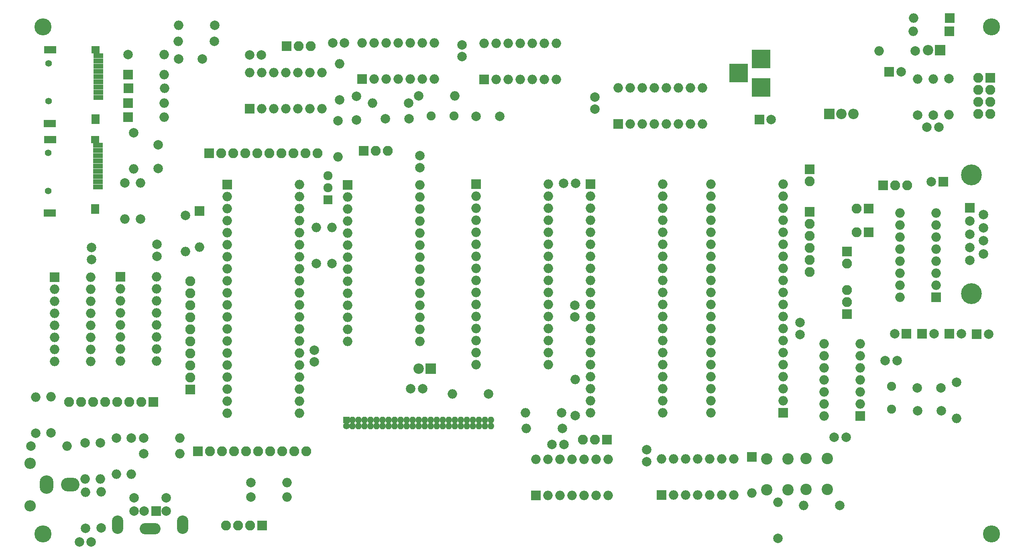
<source format=gbr>
G04 #@! TF.FileFunction,Soldermask,Top*
%FSLAX46Y46*%
G04 Gerber Fmt 4.6, Leading zero omitted, Abs format (unit mm)*
G04 Created by KiCad (PCBNEW 4.0.7) date 08/13/21 17:55:53*
%MOMM*%
%LPD*%
G01*
G04 APERTURE LIST*
%ADD10C,0.100000*%
%ADD11O,2.400000X3.900000*%
%ADD12R,2.000000X2.000000*%
%ADD13C,2.000000*%
%ADD14O,4.400000X2.400000*%
%ADD15O,2.000000X2.000000*%
%ADD16C,4.400000*%
%ADD17R,2.200000X2.200000*%
%ADD18C,2.200000*%
%ADD19R,2.100000X2.100000*%
%ADD20O,2.100000X2.100000*%
%ADD21C,2.400000*%
%ADD22O,2.200000X2.200000*%
%ADD23R,2.000000X1.100000*%
%ADD24R,1.800000X1.600000*%
%ADD25R,1.800000X2.000000*%
%ADD26R,2.600000X1.600000*%
%ADD27C,1.400000*%
%ADD28C,1.900000*%
%ADD29R,3.900000X3.900000*%
%ADD30R,1.400000X1.400000*%
%ADD31O,1.400000X1.400000*%
%ADD32C,3.600000*%
%ADD33O,2.400000X2.400000*%
%ADD34O,2.900000X3.900000*%
%ADD35O,3.900000X2.900000*%
%ADD36C,1.920000*%
%ADD37R,1.920000X1.920000*%
G04 APERTURE END LIST*
D10*
D11*
X38710000Y-134100000D03*
X52410000Y-134100000D03*
D12*
X46860000Y-131250000D03*
D13*
X44260000Y-131250000D03*
X48960000Y-131250000D03*
X42160000Y-131250000D03*
X48960000Y-128450000D03*
X42160000Y-128450000D03*
D14*
X45560000Y-134900000D03*
D13*
X130320000Y-117150000D03*
X132820000Y-117150000D03*
D12*
X179070000Y-110490000D03*
D15*
X163830000Y-62230000D03*
X179070000Y-107950000D03*
X163830000Y-64770000D03*
X179070000Y-105410000D03*
X163830000Y-67310000D03*
X179070000Y-102870000D03*
X163830000Y-69850000D03*
X179070000Y-100330000D03*
X163830000Y-72390000D03*
X179070000Y-97790000D03*
X163830000Y-74930000D03*
X179070000Y-95250000D03*
X163830000Y-77470000D03*
X179070000Y-92710000D03*
X163830000Y-80010000D03*
X179070000Y-90170000D03*
X163830000Y-82550000D03*
X179070000Y-87630000D03*
X163830000Y-85090000D03*
X179070000Y-85090000D03*
X163830000Y-87630000D03*
X179070000Y-82550000D03*
X163830000Y-90170000D03*
X179070000Y-80010000D03*
X163830000Y-92710000D03*
X179070000Y-77470000D03*
X163830000Y-95250000D03*
X179070000Y-74930000D03*
X163830000Y-97790000D03*
X179070000Y-72390000D03*
X163830000Y-100330000D03*
X179070000Y-69850000D03*
X163830000Y-102870000D03*
X179070000Y-67310000D03*
X163830000Y-105410000D03*
X179070000Y-64770000D03*
X163830000Y-107950000D03*
X179070000Y-62230000D03*
X163830000Y-110490000D03*
D12*
X218500000Y-67250000D03*
D13*
X218500000Y-70020000D03*
X218500000Y-72790000D03*
X218500000Y-75560000D03*
X218500000Y-78330000D03*
X221340000Y-68635000D03*
X221340000Y-71405000D03*
X221340000Y-74175000D03*
X221340000Y-76945000D03*
D16*
X218800000Y-85290000D03*
X218800000Y-60290000D03*
D12*
X126940000Y-127910000D03*
D15*
X142180000Y-120290000D03*
X129480000Y-127910000D03*
X139640000Y-120290000D03*
X132020000Y-127910000D03*
X137100000Y-120290000D03*
X134560000Y-127910000D03*
X134560000Y-120290000D03*
X137100000Y-127910000D03*
X132020000Y-120290000D03*
X139640000Y-127910000D03*
X129480000Y-120290000D03*
X142180000Y-127910000D03*
X126940000Y-120290000D03*
D12*
X212852000Y-61722000D03*
D13*
X210352000Y-61722000D03*
D12*
X208400000Y-93800000D03*
D13*
X210900000Y-93800000D03*
D12*
X219920000Y-93860000D03*
D13*
X222420000Y-93860000D03*
D12*
X214170000Y-93820000D03*
D13*
X216670000Y-93820000D03*
X207430000Y-110090000D03*
X212430000Y-110090000D03*
X207370000Y-105200000D03*
X212370000Y-105200000D03*
D12*
X205090000Y-93820000D03*
D13*
X202590000Y-93820000D03*
X89120000Y-43660000D03*
X89120000Y-48660000D03*
D12*
X174070000Y-48540000D03*
D13*
X176570000Y-48540000D03*
D12*
X201450000Y-38500000D03*
D13*
X203950000Y-38500000D03*
X47244000Y-58928000D03*
X47244000Y-53928000D03*
X100220000Y-48420000D03*
X95220000Y-48420000D03*
X114340000Y-47890000D03*
X119340000Y-47890000D03*
X51562000Y-35814000D03*
X56562000Y-35814000D03*
D12*
X172520000Y-119750000D03*
D15*
X172520000Y-127370000D03*
D17*
X212220000Y-33950000D03*
D18*
X209680000Y-33950000D03*
D17*
X104770000Y-101170000D03*
D18*
X102230000Y-101170000D03*
D12*
X40900000Y-45090000D03*
D15*
X48520000Y-45090000D03*
D12*
X40920000Y-48080000D03*
D15*
X48540000Y-48080000D03*
D12*
X40990000Y-41970000D03*
D15*
X48610000Y-41970000D03*
D12*
X40920000Y-39090000D03*
D15*
X48540000Y-39090000D03*
D12*
X138430000Y-62230000D03*
D15*
X153670000Y-110490000D03*
X138430000Y-64770000D03*
X153670000Y-107950000D03*
X138430000Y-67310000D03*
X153670000Y-105410000D03*
X138430000Y-69850000D03*
X153670000Y-102870000D03*
X138430000Y-72390000D03*
X153670000Y-100330000D03*
X138430000Y-74930000D03*
X153670000Y-97790000D03*
X138430000Y-77470000D03*
X153670000Y-95250000D03*
X138430000Y-80010000D03*
X153670000Y-92710000D03*
X138430000Y-82550000D03*
X153670000Y-90170000D03*
X138430000Y-85090000D03*
X153670000Y-87630000D03*
X138430000Y-87630000D03*
X153670000Y-85090000D03*
X138430000Y-90170000D03*
X153670000Y-82550000D03*
X138430000Y-92710000D03*
X153670000Y-80010000D03*
X138430000Y-95250000D03*
X153670000Y-77470000D03*
X138430000Y-97790000D03*
X153670000Y-74930000D03*
X138430000Y-100330000D03*
X153670000Y-72390000D03*
X138430000Y-102870000D03*
X153670000Y-69850000D03*
X138430000Y-105410000D03*
X153670000Y-67310000D03*
X138430000Y-107950000D03*
X153670000Y-64770000D03*
X138430000Y-110490000D03*
X153670000Y-62230000D03*
D19*
X184680000Y-68060000D03*
D20*
X184680000Y-70600000D03*
X184680000Y-73140000D03*
X184680000Y-75680000D03*
X184680000Y-78220000D03*
X184680000Y-80760000D03*
D19*
X46250000Y-108200000D03*
D20*
X43710000Y-108200000D03*
X41170000Y-108200000D03*
X38630000Y-108200000D03*
X36090000Y-108200000D03*
X33550000Y-108200000D03*
X31010000Y-108200000D03*
X28470000Y-108200000D03*
D19*
X184670000Y-59090000D03*
D20*
X184670000Y-61630000D03*
D19*
X74380000Y-33110000D03*
D20*
X76920000Y-33110000D03*
X79460000Y-33110000D03*
D19*
X197100000Y-67400000D03*
D20*
X194560000Y-67400000D03*
D19*
X197100000Y-72400000D03*
D20*
X194560000Y-72400000D03*
D19*
X141880000Y-116120000D03*
D20*
X139340000Y-116120000D03*
X136800000Y-116120000D03*
D13*
X178000000Y-136970000D03*
D15*
X178000000Y-129350000D03*
D13*
X191008000Y-130048000D03*
D15*
X183388000Y-130048000D03*
D13*
X135200000Y-111030000D03*
D15*
X135200000Y-103410000D03*
D13*
X66780000Y-125200000D03*
D15*
X74400000Y-125200000D03*
D13*
X66802000Y-128270000D03*
D15*
X74422000Y-128270000D03*
D13*
X215700000Y-104050000D03*
D15*
X215700000Y-111670000D03*
D13*
X132530000Y-113790000D03*
D15*
X124910000Y-113790000D03*
D13*
X132350000Y-110470000D03*
D15*
X124730000Y-110470000D03*
D13*
X206920000Y-34100000D03*
D15*
X199300000Y-34100000D03*
D13*
X116960000Y-106510000D03*
D15*
X109340000Y-106510000D03*
D13*
X31850000Y-116820000D03*
D15*
X31850000Y-124440000D03*
D13*
X31910000Y-134870000D03*
D15*
X31910000Y-127250000D03*
D13*
X85570000Y-44420000D03*
D15*
X85570000Y-36800000D03*
D13*
X40270000Y-61950000D03*
D15*
X40270000Y-69570000D03*
D13*
X43510000Y-69610000D03*
D15*
X43510000Y-61990000D03*
D13*
X59120000Y-32050000D03*
D15*
X51500000Y-32050000D03*
D13*
X59180000Y-28720000D03*
D15*
X51560000Y-28720000D03*
D13*
X42080000Y-51350000D03*
D15*
X42080000Y-58970000D03*
D13*
X102250000Y-43590000D03*
D15*
X109870000Y-43590000D03*
D13*
X100120000Y-45070000D03*
D15*
X92500000Y-45070000D03*
D13*
X35090000Y-116820000D03*
D15*
X35090000Y-124440000D03*
D13*
X35230000Y-134780000D03*
D15*
X35230000Y-127160000D03*
D13*
X40930000Y-34870000D03*
D15*
X48550000Y-34870000D03*
D21*
X180130000Y-126710000D03*
X175630000Y-126710000D03*
X180130000Y-120210000D03*
X175630000Y-120210000D03*
X188430000Y-126650000D03*
X183930000Y-126650000D03*
X188430000Y-120150000D03*
X183930000Y-120150000D03*
D12*
X114300000Y-62230000D03*
D15*
X129540000Y-100330000D03*
X114300000Y-64770000D03*
X129540000Y-97790000D03*
X114300000Y-67310000D03*
X129540000Y-95250000D03*
X114300000Y-69850000D03*
X129540000Y-92710000D03*
X114300000Y-72390000D03*
X129540000Y-90170000D03*
X114300000Y-74930000D03*
X129540000Y-87630000D03*
X114300000Y-77470000D03*
X129540000Y-85090000D03*
X114300000Y-80010000D03*
X129540000Y-82550000D03*
X114300000Y-82550000D03*
X129540000Y-80010000D03*
X114300000Y-85090000D03*
X129540000Y-77470000D03*
X114300000Y-87630000D03*
X129540000Y-74930000D03*
X114300000Y-90170000D03*
X129540000Y-72390000D03*
X114300000Y-92710000D03*
X129540000Y-69850000D03*
X114300000Y-95250000D03*
X129540000Y-67310000D03*
X114300000Y-97790000D03*
X129540000Y-64770000D03*
X114300000Y-100330000D03*
X129540000Y-62230000D03*
D12*
X87230000Y-62360000D03*
D15*
X102470000Y-95380000D03*
X87230000Y-64900000D03*
X102470000Y-92840000D03*
X87230000Y-67440000D03*
X102470000Y-90300000D03*
X87230000Y-69980000D03*
X102470000Y-87760000D03*
X87230000Y-72520000D03*
X102470000Y-85220000D03*
X87230000Y-75060000D03*
X102470000Y-82680000D03*
X87230000Y-77600000D03*
X102470000Y-80140000D03*
X87230000Y-80140000D03*
X102470000Y-77600000D03*
X87230000Y-82680000D03*
X102470000Y-75060000D03*
X87230000Y-85220000D03*
X102470000Y-72520000D03*
X87230000Y-87760000D03*
X102470000Y-69980000D03*
X87230000Y-90300000D03*
X102470000Y-67440000D03*
X87230000Y-92840000D03*
X102470000Y-64900000D03*
X87230000Y-95380000D03*
X102470000Y-62360000D03*
D17*
X188790000Y-47400000D03*
D22*
X191330000Y-47400000D03*
X193870000Y-47400000D03*
D12*
X195330000Y-111130000D03*
D15*
X187710000Y-95890000D03*
X195330000Y-108590000D03*
X187710000Y-98430000D03*
X195330000Y-106050000D03*
X187710000Y-100970000D03*
X195330000Y-103510000D03*
X187710000Y-103510000D03*
X195330000Y-100970000D03*
X187710000Y-106050000D03*
X195330000Y-98430000D03*
X187710000Y-108590000D03*
X195330000Y-95890000D03*
X187710000Y-111130000D03*
D12*
X153470000Y-127790000D03*
D15*
X168710000Y-120170000D03*
X156010000Y-127790000D03*
X166170000Y-120170000D03*
X158550000Y-127790000D03*
X163630000Y-120170000D03*
X161090000Y-127790000D03*
X161090000Y-120170000D03*
X163630000Y-127790000D03*
X158550000Y-120170000D03*
X166170000Y-127790000D03*
X156010000Y-120170000D03*
X168710000Y-127790000D03*
X153470000Y-120170000D03*
D12*
X61790000Y-62320000D03*
D15*
X77030000Y-110580000D03*
X61790000Y-64860000D03*
X77030000Y-108040000D03*
X61790000Y-67400000D03*
X77030000Y-105500000D03*
X61790000Y-69940000D03*
X77030000Y-102960000D03*
X61790000Y-72480000D03*
X77030000Y-100420000D03*
X61790000Y-75020000D03*
X77030000Y-97880000D03*
X61790000Y-77560000D03*
X77030000Y-95340000D03*
X61790000Y-80100000D03*
X77030000Y-92800000D03*
X61790000Y-82640000D03*
X77030000Y-90260000D03*
X61790000Y-85180000D03*
X77030000Y-87720000D03*
X61790000Y-87720000D03*
X77030000Y-85180000D03*
X61790000Y-90260000D03*
X77030000Y-82640000D03*
X61790000Y-92800000D03*
X77030000Y-80100000D03*
X61790000Y-95340000D03*
X77030000Y-77560000D03*
X61790000Y-97880000D03*
X77030000Y-75020000D03*
X61790000Y-100420000D03*
X77030000Y-72480000D03*
X61790000Y-102960000D03*
X77030000Y-69940000D03*
X61790000Y-105500000D03*
X77030000Y-67400000D03*
X61790000Y-108040000D03*
X77030000Y-64860000D03*
X61790000Y-110580000D03*
X77030000Y-62320000D03*
D12*
X66610000Y-46270000D03*
D15*
X81850000Y-38650000D03*
X69150000Y-46270000D03*
X79310000Y-38650000D03*
X71690000Y-46270000D03*
X76770000Y-38650000D03*
X74230000Y-46270000D03*
X74230000Y-38650000D03*
X76770000Y-46270000D03*
X71690000Y-38650000D03*
X79310000Y-46270000D03*
X69150000Y-38650000D03*
X81850000Y-46270000D03*
X66610000Y-38650000D03*
D12*
X90250000Y-40070000D03*
D15*
X105490000Y-32450000D03*
X92790000Y-40070000D03*
X102950000Y-32450000D03*
X95330000Y-40070000D03*
X100410000Y-32450000D03*
X97870000Y-40070000D03*
X97870000Y-32450000D03*
X100410000Y-40070000D03*
X95330000Y-32450000D03*
X102950000Y-40070000D03*
X92790000Y-32450000D03*
X105490000Y-40070000D03*
X90250000Y-32450000D03*
D12*
X39290000Y-81810000D03*
D15*
X46910000Y-99590000D03*
X39290000Y-84350000D03*
X46910000Y-97050000D03*
X39290000Y-86890000D03*
X46910000Y-94510000D03*
X39290000Y-89430000D03*
X46910000Y-91970000D03*
X39290000Y-91970000D03*
X46910000Y-89430000D03*
X39290000Y-94510000D03*
X46910000Y-86890000D03*
X39290000Y-97050000D03*
X46910000Y-84350000D03*
X39290000Y-99590000D03*
X46910000Y-81810000D03*
D23*
X34630000Y-36190000D03*
X34630000Y-37290000D03*
X34630000Y-38390000D03*
X34630000Y-39490000D03*
X34630000Y-40590000D03*
X34630000Y-41690000D03*
X34630000Y-42790000D03*
X34630000Y-43890000D03*
D24*
X34030000Y-33890000D03*
D25*
X34030000Y-48490000D03*
D26*
X24430000Y-49390000D03*
X24530000Y-33890000D03*
D23*
X34630000Y-35090000D03*
D27*
X24130000Y-36690000D03*
X24130000Y-44690000D03*
D23*
X34590000Y-55130000D03*
X34590000Y-56230000D03*
X34590000Y-57330000D03*
X34590000Y-58430000D03*
X34590000Y-59530000D03*
X34590000Y-60630000D03*
X34590000Y-61730000D03*
X34590000Y-62830000D03*
D24*
X33990000Y-52830000D03*
D25*
X33990000Y-67430000D03*
D26*
X24390000Y-68330000D03*
X24490000Y-52830000D03*
D23*
X34590000Y-54030000D03*
D27*
X24090000Y-55630000D03*
X24090000Y-63630000D03*
D28*
X201930000Y-109730000D03*
X201930000Y-104850000D03*
X104810000Y-47850000D03*
X109690000Y-47850000D03*
D29*
X174420000Y-41780000D03*
X174420000Y-35780000D03*
X169720000Y-38780000D03*
D12*
X144280000Y-49490000D03*
D15*
X162060000Y-41870000D03*
X146820000Y-49490000D03*
X159520000Y-41870000D03*
X149360000Y-49490000D03*
X156980000Y-41870000D03*
X151900000Y-49490000D03*
X154440000Y-41870000D03*
X154440000Y-49490000D03*
X151900000Y-41870000D03*
X156980000Y-49490000D03*
X149360000Y-41870000D03*
X159520000Y-49490000D03*
X146820000Y-41870000D03*
X162060000Y-49490000D03*
X144280000Y-41870000D03*
D12*
X25380000Y-81880000D03*
D15*
X33000000Y-99660000D03*
X25380000Y-84420000D03*
X33000000Y-97120000D03*
X25380000Y-86960000D03*
X33000000Y-94580000D03*
X25380000Y-89500000D03*
X33000000Y-92040000D03*
X25380000Y-92040000D03*
X33000000Y-89500000D03*
X25380000Y-94580000D03*
X33000000Y-86960000D03*
X25380000Y-97120000D03*
X33000000Y-84420000D03*
X25380000Y-99660000D03*
X33000000Y-81880000D03*
D13*
X189880000Y-115620000D03*
X192380000Y-115620000D03*
X200600000Y-99480000D03*
X203100000Y-99480000D03*
X150290000Y-118270000D03*
X150290000Y-120770000D03*
X102490000Y-58710000D03*
X102490000Y-56210000D03*
X132810000Y-62060000D03*
X135310000Y-62060000D03*
X135150000Y-87770000D03*
X135150000Y-90270000D03*
D12*
X211328000Y-86106000D03*
D15*
X203708000Y-68326000D03*
X211328000Y-83566000D03*
X203708000Y-70866000D03*
X211328000Y-81026000D03*
X203708000Y-73406000D03*
X211328000Y-78486000D03*
X203708000Y-75946000D03*
X211328000Y-75946000D03*
X203708000Y-78486000D03*
X211328000Y-73406000D03*
X203708000Y-81026000D03*
X211328000Y-70866000D03*
X203708000Y-83566000D03*
X211328000Y-68326000D03*
X203708000Y-86106000D03*
D13*
X182626000Y-91440000D03*
X182626000Y-93940000D03*
X80240000Y-97230000D03*
X80240000Y-99730000D03*
X139390000Y-43840000D03*
X139390000Y-46340000D03*
X103020000Y-105420000D03*
X100520000Y-105420000D03*
D27*
X86980000Y-113270000D03*
D30*
X86980000Y-112000000D03*
D31*
X88250000Y-113270000D03*
X88250000Y-112000000D03*
X89520000Y-113270000D03*
X89520000Y-112000000D03*
X90790000Y-113270000D03*
X90790000Y-112000000D03*
X92060000Y-113270000D03*
X92060000Y-112000000D03*
X93330000Y-113270000D03*
X93330000Y-112000000D03*
X94600000Y-113270000D03*
X94600000Y-112000000D03*
X95870000Y-113270000D03*
X95870000Y-112000000D03*
X97140000Y-113270000D03*
X97140000Y-112000000D03*
X98410000Y-113270000D03*
X98410000Y-112000000D03*
X99680000Y-113270000D03*
X99680000Y-112000000D03*
X100950000Y-113270000D03*
X100950000Y-112000000D03*
X102220000Y-113270000D03*
X102220000Y-112000000D03*
X103490000Y-113270000D03*
X103490000Y-112000000D03*
X104760000Y-113270000D03*
X104760000Y-112000000D03*
X106030000Y-113270000D03*
X106030000Y-112000000D03*
X107300000Y-113270000D03*
X107300000Y-112000000D03*
X108570000Y-113270000D03*
X108570000Y-112000000D03*
X109840000Y-113270000D03*
X109840000Y-112000000D03*
X111110000Y-113270000D03*
X111110000Y-112000000D03*
X112380000Y-113270000D03*
X112380000Y-112000000D03*
X113650000Y-113270000D03*
X113650000Y-112000000D03*
X114920000Y-113270000D03*
X114920000Y-112000000D03*
X116190000Y-113270000D03*
X116190000Y-112000000D03*
X117460000Y-113270000D03*
X117460000Y-112000000D03*
D13*
X66550000Y-34980000D03*
X69050000Y-34980000D03*
X86560000Y-32410000D03*
X84060000Y-32410000D03*
X47000000Y-77450000D03*
X47000000Y-74950000D03*
X33240000Y-78110000D03*
X33240000Y-75610000D03*
X111390000Y-32800000D03*
X111390000Y-35300000D03*
D12*
X116010000Y-40090000D03*
D15*
X131250000Y-32470000D03*
X118550000Y-40090000D03*
X128710000Y-32470000D03*
X121090000Y-40090000D03*
X126170000Y-32470000D03*
X123630000Y-40090000D03*
X123630000Y-32470000D03*
X126170000Y-40090000D03*
X121090000Y-32470000D03*
X128710000Y-40090000D03*
X118550000Y-32470000D03*
X131250000Y-40090000D03*
X116010000Y-32470000D03*
D19*
X58000000Y-55680000D03*
D20*
X60540000Y-55680000D03*
X63080000Y-55680000D03*
X65620000Y-55680000D03*
X68160000Y-55680000D03*
X70700000Y-55680000D03*
X73240000Y-55680000D03*
X75780000Y-55680000D03*
X78320000Y-55680000D03*
X80860000Y-55680000D03*
D19*
X55626000Y-118618000D03*
D20*
X58166000Y-118618000D03*
X60706000Y-118618000D03*
X63246000Y-118618000D03*
X65786000Y-118618000D03*
X68326000Y-118618000D03*
X70866000Y-118618000D03*
X73406000Y-118618000D03*
X75946000Y-118618000D03*
X78486000Y-118618000D03*
D19*
X54030000Y-105580000D03*
D20*
X54030000Y-103040000D03*
X54030000Y-100500000D03*
X54030000Y-97960000D03*
X54030000Y-95420000D03*
X54030000Y-92880000D03*
X54030000Y-90340000D03*
X54030000Y-87800000D03*
X54030000Y-85260000D03*
X54030000Y-82720000D03*
D32*
X223000000Y-136000000D03*
X23000000Y-136000000D03*
X23000000Y-29000000D03*
X223000000Y-29000000D03*
D19*
X69160000Y-134240000D03*
D20*
X66620000Y-134240000D03*
X64080000Y-134240000D03*
X61540000Y-134240000D03*
D13*
X33160000Y-137730000D03*
X30660000Y-137730000D03*
X38430000Y-115840000D03*
D15*
X38430000Y-123460000D03*
D13*
X41600000Y-115780000D03*
D15*
X41600000Y-123400000D03*
D13*
X44220000Y-119120000D03*
D15*
X51840000Y-119120000D03*
D13*
X44240000Y-115820000D03*
D15*
X51860000Y-115820000D03*
D19*
X90610000Y-55150000D03*
D20*
X93150000Y-55150000D03*
X95690000Y-55150000D03*
D33*
X20250000Y-130150000D03*
X20250000Y-121150000D03*
D34*
X23750000Y-125650000D03*
D35*
X28750000Y-125650000D03*
D13*
X20410000Y-117500000D03*
D15*
X28030000Y-117500000D03*
D13*
X21430000Y-114750000D03*
D15*
X21430000Y-107130000D03*
D13*
X24670000Y-114720000D03*
D15*
X24670000Y-107100000D03*
D13*
X211910000Y-50180000D03*
X209410000Y-50180000D03*
D12*
X214240000Y-27130000D03*
D15*
X206620000Y-27130000D03*
D12*
X214170000Y-29950000D03*
D15*
X206550000Y-29950000D03*
D13*
X207450000Y-47670000D03*
D15*
X207450000Y-40050000D03*
D13*
X210720000Y-47640000D03*
D15*
X210720000Y-40020000D03*
D19*
X222800000Y-39740000D03*
D20*
X220260000Y-39740000D03*
X222800000Y-42280000D03*
X220260000Y-42280000D03*
X222800000Y-44820000D03*
X220260000Y-44820000D03*
X222800000Y-47360000D03*
X220260000Y-47360000D03*
D13*
X85190000Y-48810000D03*
D15*
X85190000Y-56430000D03*
D36*
X83058000Y-62992000D03*
X83058000Y-60452000D03*
D37*
X83058000Y-65532000D03*
D13*
X83900000Y-78940000D03*
D15*
X83900000Y-71320000D03*
D13*
X80660000Y-78940000D03*
D15*
X80660000Y-71320000D03*
D13*
X214050000Y-39950000D03*
D15*
X214050000Y-47570000D03*
D12*
X56020000Y-67890000D03*
D15*
X56020000Y-75510000D03*
D13*
X53030000Y-68820000D03*
D15*
X53030000Y-76440000D03*
D19*
X192532000Y-76454000D03*
D20*
X192532000Y-78994000D03*
D19*
X192532000Y-89662000D03*
D20*
X192532000Y-87122000D03*
X192532000Y-84582000D03*
D19*
X200152000Y-62484000D03*
D20*
X202692000Y-62484000D03*
X205232000Y-62484000D03*
M02*

</source>
